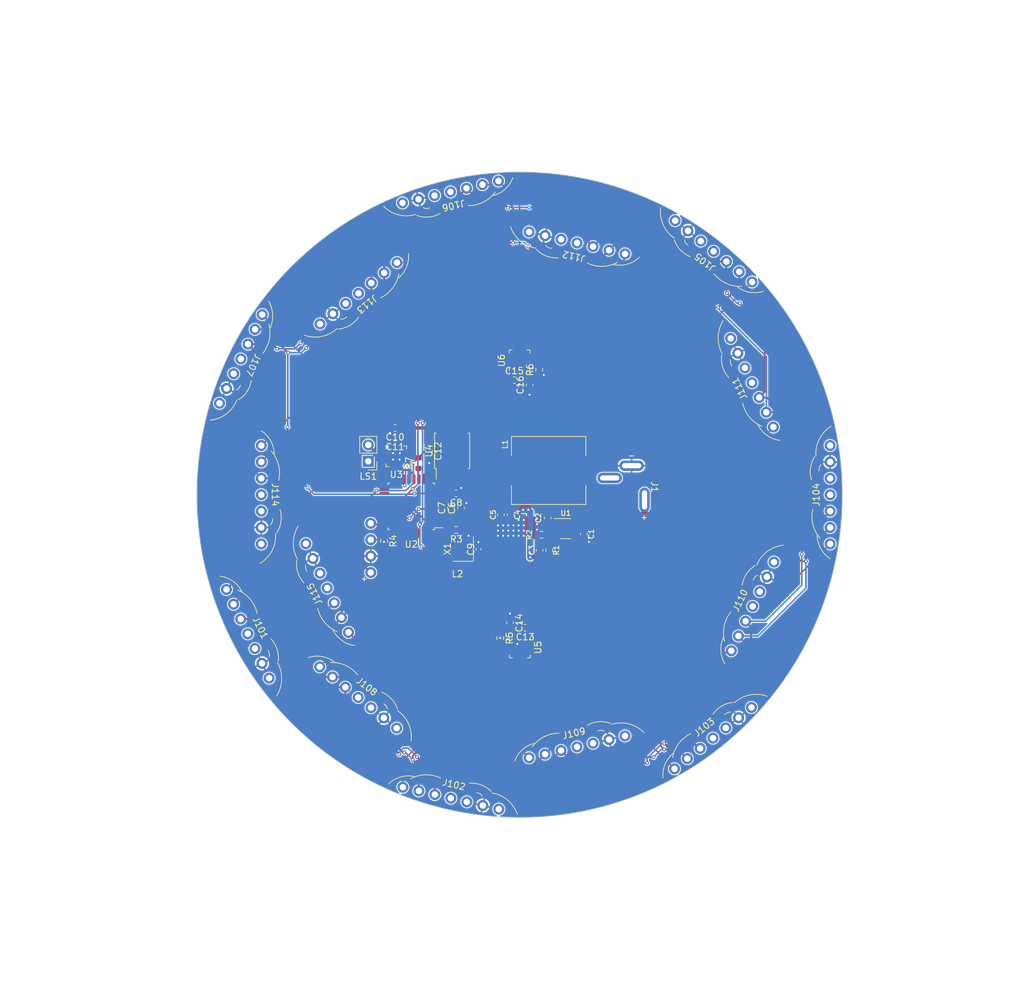
<source format=kicad_pcb>
(kicad_pcb (version 20221018) (generator pcbnew)
  (layers (0 "F.Cu" signal) (31 "B.Cu" signal) (34 "B.Paste" user) (35 "F.Paste" user) (36 "B.SilkS" user "B.Silkscreen") (37 "F.SilkS" user "F.Silkscreen") (38 "B.Mask" user) (39 "F.Mask" user) (44 "Edge.Cuts" user))
  (net 0 "")
  (net 1 "VBUS")
  (net 2 "GND")
  (net 3 "Net-(U1-BS)")
  (net 4 "Net-(U1-SW)")
  (net 5 "VDD")
  (net 6 "Net-(U1-FB)")
  (net 7 "Net-(U2-NRST)")
  (net 8 "Net-(X1-EN)")
  (net 9 "Net-(U5-VREG)")
  (net 10 "Net-(U6-VREG)")
  (net 12 "SWCLK")
  (net 13 "SWDIO")
  (net 14 "UNIT_CS_01")
  (net 15 "SPI2_SCK")
  (net 16 "SPI2_MOSI")
  (net 17 "UNIT_CAP_01")
  (net 18 "UNIT_CS_02")
  (net 19 "UNIT_CAP_02")
  (net 20 "UNIT_CS_03")
  (net 21 "UNIT_CAP_03")
  (net 22 "UNIT_CS_04")
  (net 23 "UNIT_CAP_04")
  (net 24 "UNIT_CS_05")
  (net 25 "UNIT_CAP_05")
  (net 26 "UNIT_CS_06")
  (net 27 "UNIT_CAP_06")
  (net 28 "UNIT_CS_07")
  (net 29 "UNIT_CAP_07")
  (net 30 "UNIT_CS_08")
  (net 31 "UNIT_CAP_08")
  (net 32 "UNIT_CS_09")
  (net 33 "UNIT_CAP_09")
  (net 34 "UNIT_CS_10")
  (net 35 "UNIT_CAP_10")
  (net 36 "UNIT_CS_11")
  (net 37 "UNIT_CAP_11")
  (net 38 "UNIT_CS_12")
  (net 39 "UNIT_CAP_12")
  (net 40 "UNIT_CS_13")
  (net 41 "UNIT_CAP_13")
  (net 42 "UNIT_CS_14")
  (net 43 "UNIT_CAP_14")
  (net 44 "UNIT_CS_15")
  (net 45 "UNIT_CAP_15")
  (net 46 "Net-(U3-OUTN)")
  (net 47 "Net-(U3-OUTP)")
  (net 48 "Net-(X1-OUT)")
  (net 49 "Net-(U2-PC14)")
  (net 50 "Net-(U5-REXT)")
  (net 51 "Net-(U6-REXT)")
  (net 52 "Net-(U2-PA4)")
  (net 54 "W25Q_CS")
  (net 55 "SPI2_MISO")
  (net 56 "I2S1_CK")
  (net 57 "I2S1_SD")
  (net 58 "I2S1_WS")
  (net 59 "I2C1_SCL")
  (net 61 "I2C1_SDA")
  (footprint "Capacitor_SMD:C_0603_1608Metric" (layer "F.Cu") (at 120.825 121.6 90)
    (fp_text reference "C6")
    (fp_text value "4.7u")
  )
  (footprint "CuHum_Main_footprints:Unit_1x07_P2.54" (layer "F.Cu") (at 159.95 81.85 141.428)
    (fp_text reference "J105")
    (fp_text value "Conn_01x07")
  )
  (footprint "Resistor_SMD:R_0603_1608Metric" (layer "F.Cu") (at 133.3 125.75 180)
    (fp_text reference "R2")
    (fp_text value "22k")
  )
  (footprint "Oscillator:Oscillator_SMD_Abracon_ASE-4Pin_3.2x2.5mm" (layer "F.Cu") (at 121.175 127.95 90)
    (fp_text reference "X1")
    (fp_text value "12.288MHz")
  )
  (footprint "CuHum_Main_footprints:Unit_1x07_P2.54" (layer "F.Cu") (at 119.25 166.55 -12.857)
    (fp_text reference "J102")
    (fp_text value "Conn_01x07")
  )
  (footprint "Capacitor_SMD:C_0603_1608Metric" (layer "F.Cu") (at 127 122.65 -90)
    (fp_text reference "C5")
    (fp_text value "22u")
  )
  (footprint "Capacitor_SMD:C_0603_1608Metric" (layer "F.Cu") (at 133 128.15 90)
    (fp_text reference "C3")
    (fp_text value "22p")
  )
  (footprint "Inductor_SMD:L_0402_1005Metric" (layer "F.Cu") (at 120.275 130.65 180)
    (fp_text reference "L2")
    (fp_text value "10n")
  )
  (footprint "CuHum_Main_footprints:Unit_1x07_P2.54" (layer "F.Cu") (at 159.85 157.25 38.571)
    (fp_text reference "J103")
    (fp_text value "Conn_01x07")
  )
  (footprint "CuHum_Main_footprints:Unit_1x07_P2.54" (layer "F.Cu") (at 100.1 134 115.7142857)
    (fp_text reference "J115")
    (fp_text value "Conn_01x07")
  )
  (footprint "CuHum_Main_footprints:Unit_1x07_P2.54" (layer "F.Cu") (at 104.9 150.95 -38.57071429)
    (fp_text reference "J108")
    (fp_text value "Conn_01x07")
  )
  (footprint "Capacitor_SMD:C_0603_1608Metric" (layer "F.Cu") (at 120.075 119.35 180)
    (fp_text reference "C8")
    (fp_text value "100n")
  )
  (footprint "Capacitor_SMD:C_0603_1608Metric" (layer "F.Cu") (at 110.6125 110.7 180)
    (fp_text reference "C11")
    (fp_text value "100n")
  )
  (footprint "Package_DFN_QFN:QFN-16-1EP_3x3mm_P0.5mm_EP1.45x1.45mm" (layer "F.Cu") (at 110.8 113.6 180)
    (fp_text reference "U3")
    (fp_text value "MAX98357AETE+")
  )
  (footprint "Capacitor_SMD:C_0603_1608Metric" (layer "F.Cu") (at 128.5 122.65 -90)
    (fp_text reference "C4")
    (fp_text value "22u")
  )
  (footprint "Resistor_SMD:R_0603_1608Metric" (layer "F.Cu") (at 126.9125 141.75 -90)
    (fp_text reference "R5")
    (fp_text value "75k")
  )
  (footprint "Connector_PinHeader_2.54mm:PinHeader_1x02_P2.54mm_Vertical" (layer "F.Cu") (at 106.4625 114.375 180)
    (fp_text reference "LS1")
    (fp_text value "Speaker")
  )
  (footprint "Package_TO_SOT_SMD:SOT-23-6" (layer "F.Cu") (at 137.05 124.8)
    (fp_text reference "U1")
    (fp_text value "MT2492")
  )
  (footprint "CuHum_Main_footprints:Unit_1x07_P2.54" (layer "F.Cu") (at 138.8 158.6 12.85728571)
    (fp_text reference "J109")
    (fp_text value "Conn_01x07")
  )
  (footprint "Resistor_SMD:R_0603_1608Metric" (layer "F.Cu") (at 108.9 126.7 -90)
    (fp_text reference "R4")
    (fp_text value "1M")
  )
  (footprint "Inductor_SMD:L_Sunlord_MWSA1004S" (layer "F.Cu") (at 134.4 115.8 180)
    (fp_text reference "L1")
    (fp_text value "4.7u")
  )
  (footprint "Capacitor_SMD:C_0402_1005Metric" (layer "F.Cu") (at 123.525 128 90)
    (fp_text reference "C9")
    (fp_text value "100n")
  )
  (footprint "Package_QFP:LQFP-32_7x7mm_P0.8mm" (layer "F.Cu") (at 113.125 121.35 180)
    (fp_text reference "U2")
    (fp_text value "STM32G030K6Tx")
  )
  (footprint "Capacitor_SMD:C_0603_1608Metric" (layer "F.Cu") (at 130.7625 140.15 180)
    (fp_text reference "C13")
    (fp_text value "100n")
  )
  (footprint "Package_DFN_QFN:UQFN-20_3x3mm_P0.4mm" (layer "F.Cu") (at 129.95 143.2 -90)
    (fp_text reference "U5")
    (fp_text value "MPR121QR2")
  )
  (footprint "CuHum_Main_footprints:Unit_1x07_P2.54" (layer "F.Cu") (at 166 136.85 64.28528571)
    (fp_text reference "J110")
    (fp_text value "Conn_01x07")
  )
  (footprint "Resistor_SMD:R_0603_1608Metric" (layer "F.Cu") (at 114.225 114.65 90)
    (fp_text reference "R7")
    (fp_text value "1k")
  )
  (footprint "CuHum_Main_footprints:BarrelJack_DC022" (layer "F.Cu") (at 145.55 118.35 180)
    (fp_text reference "J1")
    (fp_text value "Barrel_Jack_Switch_Pin3Ring")
  )
  (footprint "Resistor_SMD:R_0603_1608Metric" (layer "F.Cu") (at 132.9375 100.2 90)
    (fp_text reference "R6")
    (fp_text value "75k")
  )
  (footprint "Capacitor_SMD:C_0603_1608Metric" (layer "F.Cu") (at 119.275 121.6 90)
    (fp_text reference "C7")
    (fp_text value "100n")
  )
  (footprint "CuHum_Main_footprints:Unit_1x07_P2.54" (layer "F.Cu") (at 87.802093 141.088447 -64.285)
    (fp_text reference "J101")
    (fp_text value "Conn_01x07")
  )
  (footprint "CuHum_Main_footprints:TestPoints_1x04_P2.54" (layer "F.Cu") (at 106.85 131.6 180)
    (fp_text reference "J2" hide)
    (fp_text value "Conn_01x04")
  )
  (footprint "Package_SO:SOIC-8_5.23x5.23mm_P1.27mm" (layer "F.Cu") (at 119.45 112.75 90)
    (fp_text reference "U4")
    (fp_text value "W25Q16JVSS")
  )
  (footprint "Resistor_SMD:R_0603_1608Metric" (layer "F.Cu") (at 120.1 125 180)
    (fp_text reference "R3")
    (fp_text value "0 TBD")
  )
  (footprint "Capacitor_SMD:C_0603_1608Metric" (layer "F.Cu") (at 129.0875 101.8)
    (fp_text reference "C15")
    (fp_text value "100n")
  )
  (footprint "Capacitor_SMD:C_0603_1608Metric" (layer "F.Cu") (at 128.4125 139.4 -90)
    (fp_text reference "C14")
    (fp_text value "100n")
  )
  (footprint "CuHum_Main_footprints:Unit_1x07_P2.54" (layer "F.Cu") (at 178 119.55 90)
    (fp_text reference "J104")
    (fp_text value "Conn_01x07")
  )
  (footprint "CuHum_Main_footprints:Unit_1x07_P2.54" (layer "F.Cu") (at 138.8 80.55 167.1422857)
    (fp_text reference "J112")
    (fp_text value "Conn_01x07")
  )
  (footprint "Capacitor_SMD:C_0603_1608Metric" (layer "F.Cu") (at 139.85 125.65 -90)
    (fp_text reference "C1")
    (fp_text value "22u")
  )
  (footprint "CuHum_Main_footprints:Unit_1x07_P2.54" (layer "F.Cu") (at 89.9 119.55 -90)
    (fp_text reference "J114")
    (fp_text value "Conn_01x07")
  )
  (footprint "Package_DFN_QFN:UQFN-20_3x3mm_P0.4mm" (layer "F.Cu") (at 129.9 98.75 90)
    (fp_text reference "U6")
    (fp_text value "MPR121QR2")
  )
  (footprint "Capacitor_SMD:C_0603_1608Metric" (layer "F.Cu") (at 134.25 123.15 90)
    (fp_text reference "C2")
    (fp_text value "22n")
  )
  (footprint "CuHum_Main_footprints:Unit_1x07_P2.54" (layer "F.Cu") (at 86.726378 98.517201 -115.714)
    (fp_text reference "J107")
    (fp_text value "Conn_01x07")
  )
  (footprint "CuHum_Main_footprints:Unit_1x07_P2.54" (layer "F.Cu") (at 119.2 72.65 -167.143)
    (fp_text reference "J106")
    (fp_text value "Conn_01x07")
  )
  (footprint "Capacitor_SMD:C_0603_1608Metric" (layer "F.Cu") (at 131.4375 102.55 90)
    (fp_text reference "C16")
    (fp_text value "100n")
  )
  (footprint "Capacitor_SMD:C_0603_1608Metric" (layer "F.Cu") (at 115.85 112.8 -90)
    (fp_text reference "C12")
    (fp_text value "100n")
  )
  (footprint "CuHum_Main_footprints:Unit_1x07_P2.54" (layer "F.Cu") (at 104.95 88.35 -141.4287143)
    (fp_text reference "J113")
    (fp_text value "Conn_01x07")
  )
  (footprint "Capacitor_SMD:C_0603_1608Metric" (layer "F.Cu") (at 110.6125 109.2 180)
    (fp_text reference "C10")
    (fp_text value "10u")
  )
  (footprint "CuHum_Main_footprints:Unit_1x07_P2.54" (layer "F.Cu") (at 165.9 102.2 115.7142857)
    (fp_text reference "J111")
    (fp_text value "Conn_01x07")
  )
  (footprint "Resistor_SMD:R_0603_1608Metric" (layer "F.Cu") (at 134.5 128.15 90)
    (fp_text reference "R1")
    (fp_text value "100k")
  )
  (gr_circle (center 129.9 119.55) (end 179.9001 119.55) (stroke (width 0.1)) (fill none) (layer "Edge.Cuts"))
  (gr_text "-" (at 147.25 113.6 180) (layer "F.SilkS") (effects (font (size 0.8 0.8))))
  (gr_text "+" (at 149.2 123.15 180) (layer "F.SilkS") (effects (font (size 0.8 0.8))))
  (segment (start 148.425 124.875) (end 139.85 124.875) (width 1) (layer "F.Cu") (net 1))
  (segment (start 149.25 124.05) (end 148.425 124.875) (width 1) (layer "F.Cu") (net 1))
  (segment (start 149.25 121.875) (end 149.25 124.05) (width 1) (layer "F.Cu") (net 1))
  (segment (start 122 126.9) (end 123.525 126.9) (width 0.5) (layer "F.Cu") (net 2))
  (segment (start 131.55 99.55) (end 131.2875 99.55) (width 0.25) (layer "F.Cu") (net 2))
  (segment (start 120.85 119.35) (end 120.85 118.5) (width 0.5) (layer "F.Cu") (net 2))
  (segment (start 115.85 113.575) (end 115.85 114.6) (width 0.5) (layer "F.Cu") (net 2))
  (segment (start 129.8625 102.4375) (end 129.8625 101.8) (width 0.25) (layer "F.Cu") (net 2))
  (segment (start 123.525 126.9) (end 123.525 127.52) (width 0.5) (layer "F.Cu") (net 2))
  (segment (start 109.8375 109.2) (end 109.8375 110.7) (width 0.5) (layer "F.Cu") (net 2))
  (segment (start 119.15 120.95) (end 119.275 120.825) (width 0.5) (layer "F.Cu") (net 2))
  (segment (start 140.025 126.25) (end 139.85 126.425) (width 0.75) (layer "F.Cu") (net 2))
  (segment (start 126.9125 140.9625) (end 128.35 142.4) (width 0.25) (layer "F.Cu") (net 2))
  (segment (start 126.9125 140.925) (end 126.9125 140.9625) (width 0.25) (layer "F.Cu") (net 2))
  (segment (start 108.9 127.525) (end 108.9 126.85) (width 0.25) (layer "F.Cu") (net 2))
  (segment (start 137.125 125.350001) (end 136.574999 124.8) (width 0.5) (layer "F.Cu") (net 2))
  (segment (start 132.9375 101.025) (end 133.625 101.025) (width 0.25) (layer "F.Cu") (net 2))
  (segment (start 139.825 126.45) (end 137.443026 126.45) (width 0.5) (layer "F.Cu") (net 2))
  (segment (start 140.65 126.25) (end 140.65 126.85) (width 0.75) (layer "F.Cu") (net 2))
  (segment (start 126.9125 140.925) (end 126.9125 141.7125) (width 0.25) (layer "F.Cu") (net 2))
  (segment (start 130 139.4) (end 129.9875 139.4125) (width 0.25) (layer "F.Cu") (net 2))
  (segment (start 132.9375 100.9375) (end 131.55 99.55) (width 0.25) (layer "F.Cu") (net 2))
  (segment (start 126.9125 140.125) (end 126.9125 140.925) (width 0.25) (layer "F.Cu") (net 2))
  (segment (start 137.443026 126.45) (end 137.125 126.131974) (width 0.5) (layer "F.Cu") (net 2))
  (segment (start 129.9875 140.15) (end 129.9375 140.15) (width 0.25) (layer "F.Cu") (net 2))
  (segment (start 133.625 101.025) (end 133.65 101) (width 0.25) (layer "F.Cu") (net 2))
  (segment (start 119.379999 113.575) (end 121.355 115.550001) (width 0.5) (layer "F.Cu") (net 2))
  (segment (start 140.275 126.85) (end 139.85 126.425) (width 0.75) (layer "F.Cu") (net 2))
  (segment (start 119.275 120.825) (end 120.825 120.825) (width 0.5) (layer "F.Cu") (net 2))
  (segment (start 140.65 126.85) (end 140.275 126.85) (width 0.75) (layer "F.Cu") (net 2))
  (segment (start 128.35 142.4) (end 128.5625 142.4) (width 0.25) (layer "F.Cu") (net 2))
  (segment (start 135.9125 124.8) (end 132.05 124.8) (width 0.5) (layer "F.Cu") (net 2))
  (segment (start 128.4 138.6125) (end 128.4125 138.625) (width 0.25) (layer "F.Cu") (net 2))
  (segment (start 129.55 141.8125) (end 129.55 142.65) (width 0.25) (layer "F.Cu") (net 2))
  (segment (start 131.4375 104.0625) (end 131.4375 103.325) (width 0.25) (layer "F.Cu") (net 2))
  (segment (start 140.65 126.25) (end 140.025 126.25) (width 0.75) (layer "F.Cu") (net 2))
  (segment (start 137.125 126.131974) (end 137.125 125.350001) (width 0.5) (layer "F.Cu") (net 2))
  (segment (start 128.4 137.95) (end 128.4 138.6125) (width 0.25) (layer "F.Cu") (net 2))
  (segment (start 115.85 114.6) (end 115.9 114.65) (width 0.5) (layer "F.Cu") (net 2))
  (segment (start 129.85 102.45) (end 129.8625 102.4375) (width 0.25) (layer "F.Cu") (net 2))
  (segment (start 115.85 113.575) (end 119.379999 113.575) (width 0.5) (layer "F.Cu") (net 2))
  (segment (start 121.625 120.825) (end 121.65 120.85) (width 0.5) (layer "F.Cu") (net 2))
  (segment (start 139.85 126.425) (end 139.825 126.45) (width 0.5) (layer "F.Cu") (net 2))
  (segment (start 117.3 120.95) (end 119.15 120.95) (width 0.5) (layer "F.Cu") (net 2))
  (segment (start 121.355 115.550001) (end 121.355 116.35) (width 0.5) (layer "F.Cu") (net 2))
  (segment (start 128.4125 138.625) (end 126.9125 140.125) (width 0.25) (layer "F.Cu") (net 2))
  (segment (start 126.9125 141.7125) (end 126.9 141.725) (width 0.25) (layer "F.Cu") (net 2))
  (segment (start 136.574999 124.8) (end 135.9125 124.8) (width 0.5) (layer "F.Cu") (net 2))
  (segment (start 120.825 120.825) (end 121.625 120.825) (width 0.5) (layer "F.Cu") (net 2))
  (segment (start 129.9875 139.4125) (end 129.9875 140.15) (width 0.25) (layer "F.Cu") (net 2))
  (segment (start 132.9375 101.025) (end 132.9375 100.9375) (width 0.25) (layer "F.Cu") (net 2))
  (segment (start 122 125.9) (end 122 126.9) (width 0.5) (layer "F.Cu") (net 2))
  (via (at 129.55 142.65) (size 0.6) (drill 0.3) (layers "F.Cu" "B.Cu") (net 2))
  (via (at 128.95 125.1) (size 0.6) (drill 0.3) (layers "F.Cu" "B.Cu") (net 2))
  (via (at 127.95 141.95) (size 0.6) (drill 0.3) (layers "F.Cu" "B.Cu") (net 2))
  (via (at 130.55 125.1) (size 0.6) (drill 0.3) (layers "F.Cu" "B.Cu") (net 2))
  (via (at 109.8375 109.95) (size 0.6) (drill 0.3) (layers "F.Cu" "B.Cu") (net 2))
  (via (at 108.9 126.85) (size 0.6) (drill 0.3) (layers "F.Cu" "B.Cu") (net 2))
  (via (at 129.75 123.45) (size 0.6) (drill 0.3) (layers "F.Cu" "B.Cu") (net 2))
  (via (at 110.3 114.1) (size 0.6) (drill 0.3) (layers "F.Cu" "B.Cu") (net 2))
  (via (at 126.55 124.3) (size 0.6) (drill 0.3) (layers "F.Cu" "B.Cu") (net 2))
  (via (at 132.6 123.25) (size 0.6) (drill 0.3) (layers "F.Cu" "B.Cu") (net 2))
  (via (at 140.65 126.85) (size 0.6) (drill 0.3) (layers "F.Cu" "B.Cu") (net 2))
  (via (at 140.65 126.25) (size 0.6) (drill 0.3) (layers "F.Cu" "B.Cu") (net 2))
  (via (at 132.6 124.1) (size 0.6) (drill 0.3) (layers "F.Cu" "B.Cu") (net 2))
  (via (at 132.6 124.95) (size 0.6) (drill 0.3) (layers "F.Cu" "B.Cu") (net 2))
  (via (at 131.4375 104.0625) (size 0.6) (drill 0.3) (layers "F.Cu" "B.Cu") (net 2))
  (via (at 121.65 120.85) (size 0.6) (drill 0.3) (layers "F.Cu" "B.Cu") (net 2))
  (via (at 131.9 99.95) (size 0.6) (drill 0.3) (layers "F.Cu" "B.Cu") (net 2))
  (via (at 127.35 125.9) (size 0.6) (drill 0.3) (layers "F.Cu" "B.Cu") (net 2))
  (via (at 128.15 125.1) (size 0.6) (drill 0.3) (layers "F.Cu" "B.Cu") (net 2))
  (via (at 126.55 125.1) (size 0.6) (drill 0.3) (layers "F.Cu" "B.Cu") (net 2))
  (via (at 120.85 118.5) (size 0.6) (drill 0.3) (layers "F.Cu" "B.Cu") (net 2))
  (via (at 122 125.9) (size 0.6) (drill 0.3) (layers "F.Cu" "B.Cu") (net 2))
  (via (at 129.75 125.9) (size 0.6) (drill 0.3) (layers "F.Cu" "B.Cu") (net 2))
  (via (at 127.35 125.1) (size 0.6) (drill 0.3) (layers "F.Cu" "B.Cu") (net 2))
  (via (at 110.3 113.1) (size 0.6) (drill 0.3) (layers "F.Cu" "B.Cu") (net 2))
  (via (at 115.9 114.65) (size 0.6) (drill 0.3) (layers "F.Cu" "B.Cu") (net 2))
  (via (at 129.75 125.1) (size 0.6) (drill 0.3) (layers "F.Cu" "B.Cu") (net 2))
  (via (at 123.525 126.9) (size 0.6) (drill 0.3) (layers "F.Cu" "B.Cu") (net 2))
  (via (at 126.55 125.9) (size 0.6) (drill 0.3) (layers "F.Cu" "B.Cu") (net 2))
  (via (at 111.35 113.1) (size 0.6) (drill 0.3) (layers "F.Cu" "B.Cu") (net 2))
  (via (at 127.35 124.3) (size 0.6) (drill 0.3) (layers "F.Cu" "B.Cu") (net 2))
  (via (at 111.3 114.1) (size 0.6) (drill 0.3) (layers "F.Cu" "B.Cu") (net 2))
  (via (at 126.9 141.725) (size 0.6) (drill 0.3) (layers "F.Cu" "B.Cu") (net 2))
  (via (at 128.4 137.95) (size 0.6) (drill 0.3) (layers "F.Cu" "B.Cu") (net 2))
  (via (at 129.75 124.3) (size 0.6) (drill 0.3) (layers "F.Cu" "B.Cu") (net 2))
  (via (at 128.15 125.9) (size 0.6) (drill 0.3) (layers "F.Cu" "B.Cu") (net 2))
  (via (at 130.55 125.9) (size 0.6) (drill 0.3) (layers "F.Cu" "B.Cu") (net 2))
  (via (at 128.95 125.9) (size 0.6) (drill 0.3) (layers "F.Cu" "B.Cu") (net 2))
  (via (at 129.85 102.45) (size 0.6) (drill 0.3) (layers "F.Cu" "B.Cu") (net 2))
  (via (at 130.55 124.3) (size 0.6) (drill 0.3) (layers "F.Cu" "B.Cu") (net 2))
  (via (at 109.45 112.25) (size 0.6) (drill 0.3) (layers "F.Cu" "B.Cu") (net 2))
  (via (at 133.65 101) (size 0.6) (drill 0.3) (layers "F.Cu" "B.Cu") (net 2))
  (via (at 128.95 124.3) (size 0.6) (drill 0.3) (layers "F.Cu" "B.Cu") (net 2))
  (via (at 130.55 123.45) (size 0.6) (drill 0.3) (layers "F.Cu" "B.Cu") (net 2))
  (via (at 130 139.4) (size 0.6) (drill 0.3) (layers "F.Cu" "B.Cu") (net 2))
  (via (at 128.15 124.3) (size 0.6) (drill 0.3) (layers "F.Cu" "B.Cu") (net 2))
  (segment (start 134.325 123.85) (end 134.25 123.925) (width 0.5) (layer "F.Cu") (net 3))
  (segment (start 135.9125 123.85) (end 134.325 123.85) (width 0.75) (layer "F.Cu") (net 3))
  (segment (start 136.225 122.375) (end 137.7 123.85) (width 0.5) (layer "F.Cu") (net 4))
  (segment (start 139.15 115.8) (end 140.65 117.3) (width 1) (layer "F.Cu") (net 4))
  (segment (start 134.25 122.375) (end 136.225 122.375) (width 0.5) (layer "F.Cu") (net 4))
  (segment (start 140.65 121.75) (end 138.75 123.65) (width 1) (layer "F.Cu") (net 4))
  (segment (start 140.65 117.3) (end 140.65 121.75) (width 1) (layer "F.Cu") (net 4))
  (segment (start 137.7 123.85) (end 138.1875 123.85) (width 0.5) (layer "F.Cu") (net 4))
  (segment (start 130.3 99.675) (end 130.3 100.1375) (width 0.2) (layer "F.Cu") (net 5))
  (segment (start 118.65 121.75) (end 119.275 122.375) (width 0.5) (layer "F.Cu") (net 5))
  (segment (start 109.33085 125.2) (end 106.579009 125.2) (width 0.25) (layer "F.Cu") (net 5))
  (segment (start 128.929212 99.55) (end 129.029212 99.45) (width 0.2) (layer "F.Cu") (net 5))
  (segment (start 115.35 111.525) (end 115.85 112.025) (width 0.5) (layer "F.Cu") (net 5))
  (segment (start 112.85 123.2) (end 111.33085 123.2) (width 0.25) (layer "F.Cu") (net 5))
  (segment (start 106.579009 125.2) (end 105.725 126.054009) (width 0.25) (layer "F.Cu") (net 5))
  (segment (start 117.545 109.15) (end 117.545 110.33) (width 0.5) (layer "F.Cu") (net 5))
  (segment (start 112.2375 111.55) (end 111.3875 110.7) (width 0.25) (layer "F.Cu") (net 5))
  (segment (start 111.3875 110.7) (end 110.55 111.5375) (width 0.25) (layer "F.Cu") (net 5))
  (segment (start 110.05 111.55) (end 110.5375 111.55) (width 0.25) (layer "F.Cu") (net 5))
  (segment (start 119.275 122.375) (end 120.825 122.375) (width 0.5) (layer "F.Cu") (net 5))
  (segment (start 110.05 112.1625) (end 110.05 111.55) (width 0.25) (layer "F.Cu") (net 5))
  (segment (start 124.275 122.375) (end 124.45 122.2) (width 0.5) (layer "F.Cu") (net 5))
  (segment (start 124.275 128.807556) (end 122.432556 130.65) (width 0.5) (layer "F.Cu") (net 5))
  (segment (start 117 107.55) (end 115.35 109.2) (width 0.5) (layer "F.Cu") (net 5))
  (segment (start 122.45 107.55) (end 117 107.55) (width 0.5) (layer "F.Cu") (net 5))
  (segment (start 122.432556 130.65) (end 120.76 130.65) (width 0.5) (layer "F.Cu") (net 5))
  (segment (start 115.35 109.2) (end 115.35 111.525) (width 0.5) (layer "F.Cu") (net 5))
  (segment (start 112.2375 112.85) (end 112.2375 111.55) (width 0.25) (layer "F.Cu") (net 5))
  (segment (start 105.725 126.054009) (end 105.725 130.475) (width 0.25) (layer "F.Cu") (net 5))
  (segment (start 130.075 99.45) (end 130.3 99.675) (width 0.2) (layer "F.Cu") (net 5))
  (segment (start 117.3 121.75) (end 118.65 121.75) (width 0.5) (layer "F.Cu") (net 5))
  (segment (start 105.725 130.475) (end 106.85 131.6) (width 0.25) (layer "F.Cu") (net 5))
  (segment (start 128.3125 101.8) (end 128.3125 99.6875) (width 0.25) (layer "F.Cu") (net 5))
  (segment (start 124.5 109.6) (end 122.45 107.55) (width 0.5) (layer "F.Cu") (net 5))
  (segment (start 111.3875 109.2) (end 115.35 109.2) (width 0.5) (layer "F.Cu") (net 5))
  (segment (start 124.5 113.9) (end 124.5 109.6) (width 0.5) (layer "F.Cu") (net 5))
  (segment (start 111.3875 109.2) (end 111.3875 110.7) (width 0.5) (layer "F.Cu") (net 5))
  (segment (start 128.5125 99.55) (end 128.929212 99.55) (width 0.2) (layer "F.Cu") (net 5))
  (segment (start 131.5375 140.15) (end 131.5375 142.2625) (width 0.25) (layer "F.Cu") (net 5))
  (segment (start 114.3 121.75) (end 114.291162 121.758838) (width 0.25) (layer "F.Cu") (net 5))
  (segment (start 128.3125 99.6875) (end 128.45 99.55) (width 0.25) (layer "F.Cu") (net 5))
  (segment (start 117.3 121.75) (end 114.3 121.75) (width 0.25) (layer "F.Cu") (net 5))
  (segment (start 117.545 110.33) (end 115.85 112.025) (width 0.5) (layer "F.Cu") (net 5))
  (segment (start 129.029212 99.45) (end 130.075 99.45) (width 0.2) (layer "F.Cu") (net 5))
  (segment (start 128.45 99.55) (end 128.5125 99.55) (width 0.25) (layer "F.Cu") (net 5))
  (segment (start 110.5375 111.55) (end 110.55 111.5375) (width 0.25) (layer "F.Cu") (net 5))
  (segment (start 110.55 111.5375) (end 110.55 112.1625) (width 0.25) (layer "F.Cu") (net 5))
  (segment (start 124.275 122.375) (end 124.275 128.807556) (width 0.5) (layer "F.Cu") (net 5))
  (segment (start 111.33085 123.2) (end 109.33085 125.2) (width 0.25) (layer "F.Cu") (net 5))
  (segment (start 131.5375 142.2625) (end 131.45 142.35) (width 0.25) (layer "F.Cu") (net 5))
  (segment (start 120.825 122.375) (end 124.275 122.375) (width 0.5) (layer "F.Cu") (net 5))
  (via (at 131.25 121.9) (size 0.6) (drill 0.3) (layers "F.Cu" "B.Cu") (net 5))
  (via (at 112.85 123.2) (size 0.6) (drill 0.3) (layers "F.Cu" "B.Cu") (net 5))
  (via (at 131.55 129.25) (size 0.6) (drill 0.3) (layers "F.Cu" "B.Cu") (net 5))
  (via (at 130.45 121.9) (size 0.6) (drill 0.3) (layers "F.Cu" "B.Cu") (net 5))
  (via (at 114.291162 121.758838) (size 0.6) (drill 0.3) (layers "F.Cu" "B.Cu") (net 5))
  (via (at 131.55 128.6) (size 0.6) (drill 0.3) (layers "F.Cu" "B.Cu") (net 5))
  (segment (start 131.55 122.2) (end 131.55 129.25) (width 1) (layer "B.Cu") (net 5))
  (segment (start 131.25 121.9) (end 131.55 122.2) (width 1) (layer "B.Cu") (net 5))
  (segment (start 130.45 121.9) (end 131.25 121.9) (width 1) (layer "B.Cu") (net 5))
  (segment (start 112.85 123.2) (end 114.291162 121.758838) (width 0.25) (layer "B.Cu") (net 5))
  (segment (start 119.3 119.35) (end 118.5 120.15) (width 0.25) (layer "F.Cu") (net 7))
  (segment (start 118.5 120.15) (end 117.3 120.15) (width 0.25) (layer "F.Cu") (net 7))
  (segment (start 123.005 129) (end 123.525 128.48) (width 0.5) (layer "F.Cu") (net 8))
  (segment (start 119.79 130.65) (end 119.79 129.56) (width 0.5) (layer "F.Cu") (net 8))
  (segment (start 120.35 129) (end 122 129) (width 0.5) (layer "F.Cu") (net 8))
  (segment (start 119.79 129.56) (end 120.35 129) (width 0.5) (layer "F.Cu") (net 8))
  (segment (start 122 129) (end 123.005 129) (width 0.5) (layer "F.Cu") (net 8))
  (segment (start 129.15 141.8125) (end 129.15 141.066528) (width 0.25) (layer "F.Cu") (net 9))
  (segment (start 128.75 140.666528) (end 128.75 140.3) (width 0.25) (layer "F.Cu") (net 9))
  (segment (start 128.625 140.175) (end 128.4125 140.175) (width 0.25) (layer "F.Cu") (net 9))
  (segment (start 129.15 141.066528) (end 128.75 140.666528) (width 0.25) (layer "F.Cu") (net 9))
  (segment (start 128.75 140.3) (end 128.625 140.175) (width 0.25) (layer "F.Cu") (net 9))
  (segment (start 131.1 101.25) (end 131.1 101.4375) (width 0.25) (layer "F.Cu") (net 10))
  (segment (start 130.7 100.1375) (end 130.7 100.85) (width 0.25) (layer "F.Cu") (net 10))
  (segment (start 131.1 101.4375) (end 131.4375 101.775) (width 0.25) (layer "F.Cu") (net 10))
  (segment (start 130.7 100.85) (end 131.1 101.25) (width 0.25) (layer "F.Cu") (net 10))
  (segment (start 110.05 125.875) (end 110.325 125.6) (width 0.25) (layer "F.Cu") (net 12))
  (segment (start 108.9 125.875) (end 110.05 125.875) (width 0.25) (layer "F.Cu") (net 12))
  (segment (start 108.255 126.52) (end 108.9 125.875) (width 0.25) (layer "F.Cu") (net 12))
  (segment (start 106.85 126.52) (end 108.255 126.52) (width 0.25) (layer "F.Cu") (net 12))
  (segment (start 110.325 125.6) (end 110.325 125.525) (width 0.25) (layer "F.Cu") (net 12))
  (segment (start 107.02 124.15) (end 106.85 123.98) (width 0.25) (layer "F.Cu") (net 13))
  (segment (start 108.95 124.15) (end 107.02 124.15) (width 0.25) (layer "F.Cu") (net 13))
  (segment (start 157.330487 158.3) (end 157.864136 158.833649) (width 0.25) (layer "F.Cu") (net 15))
  (segment (start 117.9 119.35) (end 117.3 119.35) (width 0.25) (layer "F.Cu") (net 15))
  (segment (start 96.550003 95.499997) (end 95.95 96.1) (width 0.25) (layer "F.Cu") (net 15))
  (segment (start 112.386627 79.95) (end 113.811121 79.95) (width 0.25) (layer "F.Cu") (net 15))
  (segment (start 89.9 117.01) (end 95.61 117.01) (width 0.25) (layer "F.Cu") (net 15))
  (segment (start 167.852065 93.752065) (end 164 89.9) (width 0.25) (layer "F.Cu") (net 15))
  (segment (start 102.914128 149.366361) (end 99.066361 149.366361) (width 0.25) (layer "F.Cu") (net 15))
  (segment (start 165.747918 144.652082) (end 152.3 158.1) (width 0.25) (layer "F.Cu") (net 15))
  (segment (start 132.565212 162.923682) (end 116.773682 162.923682) (width 0.25) (layer "F.Cu") (net 15))
  (segment (start 121.685196 117.425) (end 119.825 117.425) (width 0.25) (layer "F.Cu") (net 15))
  (segment (start 127.9 74.9) (end 124.491515 74.9) (width 0.25) (layer "F.Cu") (net 15))
  (segment (start 173.65 109.934315) (end 173.65 117.74) (width 0.25) (layer "F.Cu") (net 15))
  (segment (start 167.002065 104.488461) (end 167.852065 103.638461) (width 0.25) (layer "F.Cu") (net 15))
  (segment (start 167.852065 103.638461) (end 167.852065 93.752065) (width 0.25) (layer "F.Cu") (net 15))
  (segment (start 120.675 108.075) (end 121.685196 108.075) (width 0.25) (layer "F.Cu") (net 15))
  (segment (start 138.258476 161.1) (end 136.323685 159.165209) (width 0.25) (layer "F.Cu") (net 15))
  (segment (start 113.811121 79.95) (end 121.676318 72.084803) (width 0.25) (layer "F.Cu") (net 15))
  (segment (start 161.935836 83.433684) (end 151.133684 83.433684) (width 0.25) (layer "F.Cu") (net 15))
  (segment (start 167.002065 104.488461) (end 168.204146 104.488461) (width 0.25) (layer "F.Cu") (net 15))
  (segment (start 98.690526 138.8) (end 101.202065 136.288461) (width 0.25) (layer "F.Cu") (net 15))
  (segment (start 152.5 158.3) (end 157.330487 158.3) (width 0.25) (layer "F.Cu") (net 15))
  (segment (start 168.204146 104.488461) (end 173.65 109.934315) (width 0.25) (layer "F.Cu") (net 15))
  (segment (start 106.935856 87.968422) (end 99.404281 95.499997) (width 0.25) (layer "F.Cu") (net 15))
  (segment (start 135.211083 75.05) (end 131.4 75.05) (width 0.25) (layer "F.Cu") (net 15))
  (segment (start 106.935856 86.766341) (end 106.935856 85.400771) (width 0.25) (layer "F.Cu") (net 15))
  (segment (start 121.95 108.339804) (end 121.95 117.160196) (width 0.25) (layer "F.Cu") (net 15))
  (segment (start 142.241539 80.15) (end 141.276311 81.115228) (width 0.25) (layer "F.Cu") (net 15))
  (segment (start 113.608562 119.35) (end 113.602253 119.356309) (width 0.25) (layer "F.Cu") (net 15))
  (segment (start 121.95 117.160196) (end 121.685196 117.425) (width 0.25) (layer "F.Cu") (net 15))
  (segment (start 116.773682 165.984803) (end 116.773682 162.923682) (width 0.25) (layer "F.Cu") (net 15))
  (segment (start 120.085 108.665) (end 120.675 108.075) (width 0.25) (layer "F.Cu") (net 15))
  (segment (start 152.3 158.1) (end 152.5 158.3) (width 0.25) (layer "F.Cu") (net 15))
  (segment (start 99.066361 149.366361) (end 96.9 147.199999) (width 0.25) (layer "F.Cu") (net 15))
  (segment (start 164.897918 139.138453) (end 165.747918 139.988453) (width 0.25) (layer "F.Cu") (net 15))
  (segment (start 91.628735 96.228735) (end 87.828431 96.228735) (width 0.25) (layer "F.Cu") (net 15))
  (segment (start 161.935836 88.235836) (end 161.935836 83.433684) (width 0.25) (layer "F.Cu") (net 15))
  (segment (start 86.7 138.8) (end 98.690526 138.8) (width 0.25) (layer "F.Cu") (net 15))
  (segment (start 106.935856 85.400771) (end 112.386627 79.95) (width 0.25) (layer "F.Cu") (net 15))
  (segment (start 99.404281 95.499997) (end 96.550003 95.499997) (width 0.25) (layer "F.Cu") (net 15))
  (segment (start 88.678431 97.078735) (end 88.678431 115.788431) (width 0.25) (layer "F.Cu") (net 15))
  (segment (start 124.491515 74.9) (end 121.676318 72.084803) (width 0.25) (layer "F.Cu") (net 15))
  (segment (start 147.85 80.15) (end 142.241539 80.15) (width 0.25) (layer "F.Cu") (net 15))
  (segment (start 120.085 109.15) (end 120.085 108.665) (width 0.25) (layer "F.Cu") (net 15))
  (segment (start 141.276311 81.115228) (end 135.211083 75.05) (width 0.25) (layer "F.Cu") (net 15))
  (segment (start 92.35 96.95) (end 91.628735 96.228735) (width 0.25) (layer "F.Cu") (net 15))
  (segment (start 173.6 126.49) (end 178 122.09) (width 0.25) (layer "F.Cu") (net 15))
  (segment (start 151.133684 83.433684) (end 147.85 80.15) (width 0.25) (layer "F.Cu") (net 15))
  (segment (start 165.747918 139.988453) (end 165.747918 144.652082) (width 0.25) (layer "F.Cu") (net 15))
  (segment (start 116.773682 162.923682) (end 114 160.15) (width 0.25) (layer "F.Cu") (net 15))
  (segment (start 173.65 117.74) (end 178 122.09) (width 0.25) (layer "F.Cu") (net 15))
  (segment (start 111.292292 159.746197) (end 102.914128 151.368033) (width 0.25) (layer "F.Cu") (net 15))
  (segment (start 128.1 75.1) (end 127.9 74.9) (width 0.25) (layer "F.Cu") (net 15))
  (segment (start 87.828431 96.228735) (end 88.678431 97.078735) (width 0.25) (layer "F.Cu") (net 15))
  (segment (start 121.685196 108.075) (end 121.95 108.339804) (width 0.25) (layer "F.Cu") (net 15))
  (segment (start 173.6 128.75) (end 173.6 126.49) (width 0.25) (layer "F.Cu") (net 15))
  (segment (start 95.61 117.01) (end 97.05 118.45) (width 0.25) (layer "F.Cu") (net 15))
  (segment (start 119.825 117.425) (end 117.9 119.35) (width 0.25) (layer "F.Cu") (net 15))
  (segment (start 162 88.3) (end 161.935836 88.235836) (width 0.25) (layer "F.Cu") (net 15))
  (segment (start 117.3 119.35) (end 113.608562 119.35) (width 0.25) (layer "F.Cu") (net 15))
  (segment (start 88.678431 115.788431) (end 89.9 117.01) (width 0.25) (layer "F.Cu") (net 15))
  (segment (start 149.65 161.1) (end 138.258476 161.1) (width 0.25) (layer "F.Cu") (net 15))
  (segment (start 102.914128 151.368033) (end 102.914128 149.366361) (width 0.25) (layer "F.Cu") (net 15))
  (segment (start 136.323685 159.165209) (end 132.565212 162.923682) (width 0.25) (layer "F.Cu") (net 15))
  (segment (start 96.9 147.199999) (end 96.9 138.8) (width 0.25) (layer "F.Cu") (net 15))
  (segment (start 106.935856 86.766341) (end 106.935856 87.968422) (width 0.25) (layer "F.Cu") (net 15))
  (via (at 173.6 128.75) (size 0.6) (drill 0.3) (layers "F.Cu" "B.Cu") (net 15))
  (via (at 92.35 96.95) (size 0.6) (drill 0.3) (layers "F.Cu" "B.Cu") (net 15))
  (via (at 149.65 161.1) (size 0.6) (drill 0.3) (layers "F.Cu" "B.Cu") (net 15))
  (via (at 128.1 75.1) (size 0.6) (drill 0.3) (layers "F.Cu" "B.Cu") (net 15))
  (via (at 114 160.15) (size 0.6) (drill 0.3) (layers "F.Cu" "B.Cu") (net 15))
  (via (at 113.602253 119.356309) (size 0.6) (drill 0.3) (layers "F.Cu" "B.Cu") (net 15))
  (via (at 131.4 75.05) (size 0.6) (drill 0.3) (layers "F.Cu" "B.Cu") (net 15))
  (via (at 95.95 96.1) (size 0.6) (drill 0.3) (layers "F.Cu" "B.Cu") (net 15))
  (via (at 97.05 118.45) (size 0.6) (drill 0.3) (layers "F.Cu" "B.Cu") (net 15))
  (via (at 164 89.9) (size 0.6) (drill 0.3) (layers "F.Cu" "B.Cu") (net 15))
  (via (at 162 88.3) (size 0.6) (drill 0.3) (layers "F.Cu" "B.Cu") (net 15))
  (via (at 152.3 158.1) (size 0.6) (drill 0.3) (layers "F.Cu" "B.Cu") (net 15))
  (via (at 111.292292 159.746197) (size 0.6) (drill 0.3) (layers "F.Cu" "B.Cu") (net 15))
  (segment (start 164 89.9) (end 163.6 89.9) (width 0.25) (layer "B.Cu") (net 15))
  (segment (start 173.6 128.75) (end 173.6 133.55) (width 0.25) (layer "B.Cu") (net 15))
  (segment (start 111.911827 158.775) (end 111.292292 159.394535) (width 0.25) (layer "B.Cu") (net 15))
  (segment (start 112.625 158.775) (end 111.911827 158.775) (width 0.25) (layer "B.Cu") (net 15))
  (segment (start 113.483562 119.475) (end 98.075 119.475) (width 0.25) (layer "B.Cu") (net 15))
  (segment (start 114 160.15) (end 112.625 158.775) (width 0.25) (layer "B.Cu") (net 15))
  (segment (start 151.936827 158.1) (end 149.65 160.386827) (width 0.25) (layer "B.Cu") (net 15))
  (segment (start 97.05 118.45) (end 97.05 118.5) (width 0.25) (layer "B.Cu") (net 15))
  (segment (start 128.1 75.1) (end 128.15 75.05) (width 0.25) (layer "B.Cu") (net 15))
  (segment (start 98.075 119.475) (end 97.05 118.45) (width 0.25) (layer "B.Cu") (net 15))
  (segment (start 111.292292 159.394535) (end 111.292292 159.746197) (width 0.25) (layer "B.Cu") (net 15))
  (segment (start 152.3 158.1) (end 151.936827 158.1) (width 0.25) (layer "B.Cu") (net 15))
  (segment (start 113.602253 119.356309) (end 113.483562 119.475) (width 0.25) (layer "B.Cu") (net 15))
  (segment (start 149.65 160.386827) (end 149.65 161.1) (width 0.25) (layer "B.Cu") (net 15))
  (segment (start 163.6 89.9) (end 162 88.3) (width 0.25) (layer "B.Cu") (net 15))
  (segment (start 128.15 75.05) (end 131.4 75.05) (width 0.25) (layer "B.Cu") (net 15))
  (segment (start 95.1 96.95) (end 92.35 96.95) (width 0.25) (layer "B.Cu") (net 15))
  (segment (start 173.6 133.55) (end 168.011547 139.138453) (width 0.25) (layer "B.Cu") (net 15))
  (segment (start 95.95 96.1) (end 95.1 96.95) (width 0.25) (layer "B.Cu") (net 15))
  (segment (start 168.011547 139.138453) (end 164.897918 139.138453) (width 0.25) (layer "B.Cu") (net 15))
  (segment (start 156.124241 90.55) (end 160.65 90.55) (width 0.25) (layer "F.Cu") (net 16))
  (segment (start 90.440268 93.940268) (end 94.05 97.55) (width 0.25) (layer "F.Cu") (net 16))
  (segment (start 100.7 96.25) (end 108.921712 88.028288) (width 0.25) (layer "F.Cu") (net 16))
  (segment (start 121.355 109.6475) (end 118.1525 112.85) (width 0.25) (layer "F.Cu") (net 16))
  (segment (start 103.73574 150.13574) (end 104.039128 149.832352) (width 0.25) (layer "F.Cu") (net 16))
  (segment (start 116.083801 161.420628) (end 114.238173 159.575) (width 0.25) (layer "F.Cu") (net 16))
  (segment (start 173.025 129.375) (end 173.5 129.85) (width 0.25) (layer "F.Cu") (net 16))
  (segment (start 114.225 113.825) (end 113.45 114.6) (width 0.25) (layer "F.Cu") (net 16))
  (segment (start 108.921712 83.980601) (end 112.402313 80.5) (width 0.25) (layer "F.Cu") (net 16))
  (segment (start 135.627788 157.95) (end 133.847369 159.730419) (width 0.25) (layer "F.Cu") (net 16))
  (segment (start 146.404697 80.830456) (end 156.124241 90.55) (width 0.25) (layer "F.Cu") (net 16))
  (segment (start 112.402313 80.5) (end 128.9 80.5) (width 0.25) (layer "F.Cu") (net 16))
  (segment (start 152.3 159) (end 154.460974 159) (width 0.25) (layer "F.Cu") (net 16))
  (segment (start 93.95 109.05) (end 93.95 110.42) (width 0.25) (layer "F.Cu") (net 16))
  (segment (start 131.25 81.1) (end 132.680456 82.530456) (width 0.25) (layer "F.Cu") (net 16))
  (segment (start 108.921712 88.028288) (end 108.921712 85.182682) (width 0.25) (layer "F.Cu") (net 16))
  (segment (start 85.597907 136.511553) (end 86.945999 135.163461) (width 0.25) (layer "F.Cu") (net 16))
  (segment (start 111.820023 159.461014) (end 103.73574 151.376731) (width 0.25) (layer "F.Cu") (net 16))
  (segment (start 152.3 159) (end 151.725 158.425) (width 0.25) (layer "F.Cu") (net 16))
  (segment (start 108.921712 85.182682) (end 108.921712 83.980601) (width 0.25) (layer "F.Cu") (net 16))
  (segment (start 103.73574 151.376731) (end 103.73574 150.13574) (width 0.25) (layer "F.Cu") (net 16))
  (segment (start 133.847369 159.730419) (end 132.15716 161.420628) (width 0.25) (layer "F.Cu") (net 16))
  (segment (start 102.921479 147.782721) (end 100.928257 147.782721) (width 0.25) (layer "F.Cu") (net 16))
  (segment (start 164.645836 144.004164) (end 164.645836 142.276905) (width 0.25) (layer "F.Cu") (net 16))
  (segment (start 102.35 135.845405) (end 102.35 138.531051) (width 0.25) (layer "F.Cu") (net 16))
  (segment (start 164.645836 142.276905) (end 163.795836 141.426905) (width 0.25) (layer "F.Cu") (net 16))
  (segment (start 168.104129 106.776922) (end 169.30621 106.776922) (width 0.25) (layer "F.Cu") (net 16))
  (segment (start 173.025 110.495712) (end 173.025 129.375) (width 0.25) (layer "F.Cu") (net 16))
  (segment (start 160.65 90.55) (end 163.921672 87.278328) (width 0.25) (layer "F.Cu") (net 16))
  (segment (start 125.354718 71.519606) (end 128.9 75.064888) (width 0.25) (layer "F.Cu") (net 16))
  (segment (start 136.699467 157.95) (end 135.627788 157.95) (width 0.25) (layer "F.Cu") (net 16))
  (segment (start 137.448685 158.699218) (end 136.699467 157.95) (width 0.25) (layer "F.Cu") (net 16))
  (segment (start 137.448685 159.6312) (end 137.448685 158.699218) (width 0.25) (layer "F.Cu") (net 16))
  (segment (start 121.355 109.15) (end 121.355 109.6475) (width 0.25) (layer "F.Cu") (net 16))
  (segment (start 97.3 143.581051) (end 102.304129 138.576922) (width 0.25) (layer "F.Cu") (net 16))
  (segment (start 174.25 128.38) (end 174.25 129.85) (width 0.25) (layer "F.Cu") (net 16))
  (segment (start 142.902623 82.530456) (end 143.752623 81.680456) (width 0.25) (layer "F.Cu") (net 16))
  (segment (start 138.017485 160.2) (end 137.448685 159.6312) (width 0.25) (layer "F.Cu") (net 16))
  (segment (start 151.725 158.425) (end 151.725 156.925) (width 0.25) (layer "F.Cu") (net 16))
  (segment (start 151.725 156.925) (end 164.645836 144.004164) (width 0.25) (layer "F.Cu") (net 16))
  (segment (start 104.039128 148.90037) (end 102.921479 147.782721) (width 0.25) (layer "F.Cu") (net 16))
  (segment (start 86.945999 135.163461) (end 101.668056 135.163461) (width 0.25) (layer "F.Cu") (net 16))
  (segment (start 97.4 96.25) (end 100.7 96.25) (width 0.25) (layer "F.Cu") (net 16))
  (segment (start 173.5 129.85) (end 174.25 129.85) (width 0.25) (layer "F.Cu") (net 16))
  (segment (start 115.2 112.85) (end 114.225 113.825) (width 0.25) (layer "F.Cu") (net 16))
  (segment (start 132.15716 161.420628) (end 116.083801 161.420628) (width 0.25) (layer "F.Cu") (net 16))
  (segment (start 107.75 118.95) (end 103.154129 123.545871) (width 0.25) (layer "F.Cu") (net 16))
  (segment (start 128.9 75.064888) (end 128.9 80.5) (width 0.25) (layer "F.Cu") (net 16))
  (segment (start 113.35 159.986827) (end 113.35 160.6) (width 0.25) (layer "F.Cu") (net 16))
  (segment (start 102.35 138.531051) (end 102.304129 138.576922) (width 0.25) (layer "F.Cu") (net 16))
  (segment (start 124.152637 71.519606) (end 125.354718 71.519606) (width 0.25) (layer "F.Cu") (net 16))
  (segment (start 143.752623 81.680456) (end 144.602623 80.830456) (width 0.25) (layer "F.Cu") (net 16))
  (segment (start 114.297363 165.419606) (end 114.297363 161.547363) (width 0.25) (layer "F.Cu") (net 16))
  (segment (start 103.154129 137.726922) (end 102.304129 138.576922) (width 0.25) (layer "F.Cu") (net 16))
  (segment (start 132.680456 82.530456) (end 142.902623 82.530456) (width 0.25) (layer "F.Cu") (net 16))
  (segment (start 178 124.63) (end 174.25 128.38) (width 0.25) (layer "F.Cu") (net 16))
  (segment (start 93.95 110.42) (end 89.9 114.47) (width 0.25) (layer "F.Cu") (net 16))
  (segment (start 112.038987 159.461014) (end 111.820023 159.461014) (width 0.25) (layer "F.Cu") (net 16))
  (segment (start 163.921672 87.278328) (end 163.921672 85.017368) (width 0.25) (layer "F.Cu") (net 16))
  (segment (start 88.930485 93.940268) (end 90.440268 93.940268) (width 0.25) (layer "F.Cu") (net 16))
  (segment (start 113.761827 159.575) (end 113.35 159.986827) (width 0.25) (layer "F.Cu") (net 16))
  (segment (start 118.1525 112.85) (end 115.2 112.85) (width 0.25) (layer "F.Cu") (net 16))
  (segment (start 150.65 160.2) (end 138.017485 160.2) (width 0.25) (layer "F.Cu") (net 16))
  (segment (start 169.30621 106.776922) (end 173.025 110.495712) (width 0.25) (layer "F.Cu") (net 16))
  (segment (start 100.928257 147.782721) (end 98.048407 147.782721) (width 0.25) (layer "F.Cu") (net 16))
  (segment (start 114.297363 161.547363) (end 113.35 160.6) (width 0.25) (layer "F.Cu") (net 16))
  (segment (start 96.85 96.8) (end 97.4 96.25) (width 0.25) (layer "F.Cu") (net 16))
  (segment (start 144.602623 80.830456) (end 146.404697 80.830456) (width 0.25) (layer "F.Cu") (net 16))
  (segment (start 98.048407 147.782721) (end 97.3 147.034314) (width 0.25) (layer "F.Cu") (net 16))
  (segment (start 101.668056 135.163461) (end 102.35 135.845405) (width 0.25) (layer "F.Cu") (net 16))
  (segment (start 103.154129 123.545871) (end 103.154129 137.726922) (width 0.25) (layer "F.Cu") (net 16))
  (segment (start 154.460974 159) (end 155.878272 160.417298) (width 0.25) (layer "F.Cu") (net 16))
  (segment (start 107.75 118.9) (end 107.75 118.95) (width 0.25) (layer "F.Cu") (net 16))
  (segment (start 104.039128 149.832352) (end 104.039128 148.90037) (width 0.25) (layer "F.Cu") (net 16))
  (segment (start 114.238173 159.575) (end 113.761827 159.575) (width 0.25) (layer "F.Cu") (net 16))
  (segment (start 97.3 147.034314) (end 97.3 143.581051) (width 0.25) (layer "F.Cu") (net 16))
  (via (at 131.25 81.1) (size 0.6) (drill 0.3) (layers "F.Cu" "B.Cu") (net 16))
  (via (at 160.65 90.55) (size 0.6) (drill 0.3) (layers "F.Cu" "B.Cu") (net 16))
  (via (at 113.35 160.6) (size 0.6) (drill 0.3) (layers "F.Cu" "B.Cu") (net 16))
  (via (at 174.25 129.85) (size 0.6) (drill 0.3) (layers "F.Cu" "B.Cu") (net 16))
  (via (at 150.65 160.2) (size 0.6) (drill 0.3) (layers "F.Cu" "B.Cu") (net 16))
  (via (at 152.3 159) (size 0.6) (drill 0.3) (layers "F.Cu" "B.Cu") (net 16))
  (via (at 96.85 96.8) (size 0.6) (drill 0.3) (layers "F.Cu" "B.Cu") (net 16))
  (via (at 128.9 80.5) (size 0.6) (drill 0.3) (layers "F.Cu" "B.Cu") (net 16))
  (via (at 113.45 114.6) (size 0.6) (drill 0.3) (layers "F.Cu" "B.Cu") (net 16))
  (via (at 107.75 118.9) (size 0.6) (drill 0.3) (layers "F.Cu" "B.Cu") (net 16))
  (via (at 112.038987 159.461014) (size 0.6) (drill 0.3) (layers "F.Cu" "B.Cu") (net 16))
  (via (at 94.05 97.55) (size 0.6) (drill 0.3) (layers "F.Cu" "B.Cu") (net 16))
  (via (at 93.95 109.05) (size 0.6) (drill 0.3) (layers "F.Cu" "B.Cu") (net 16))
  (segment (start 174.25 134) (end 166.823095 141.426905) (width 0.25) (layer "B.Cu") (net 16))
  (segment (start 128.9 80.5) (end 130.65 80.5) (width 0.25) (layer "B.Cu") (net 16))
  (segment (start 113.45 117.736827) (end 113.45 114.6) (width 0.25) (layer "B.Cu") (net 16))
  (segment (start 130.65 80.5) (end 131.25 81.1) (width 0.25) (layer "B.Cu") (net 16))
  (segment (start 94 97.6) (end 94.05 97.55) (width 0.25) (layer "B.Cu") (net 16))
  (segment (start 96.85 96.8) (end 96.1 97.55) (width 0.25) (layer "B.Cu") (net 16))
  (segment (start 166.823095 141.426905) (end 163.795836 141.426905) (width 0.25) (layer "B.Cu") (net 16))
  (segment (start 168.127065 98.177065) (end 168.127065 106.753986) (width 0.25) (layer "B.Cu") (net 16))
  (segment (start 152.3 159) (end 151.85 159) (width 0.25) (layer "B.Cu") (net 16))
  (segment (start 112.038987 159.461014) (end 112.211014 159.461014) (width 0.25) (layer "B.Cu") (net 16))
  (segment (start 112.211014 159.461014) (end 113.35 160.6) (width 0.25) (layer "B.Cu") (net 16))
  (segment (start 94 109) (end 94 97.6) (width 0.25) (layer "B.Cu") (net 16))
  (segment (start 151.85 159) (end 150.65 160.2) (width 0.25) (layer "B.Cu") (net 16))
  (segment (start 112.286827 118.9) (end 113.45 117.736827) (width 0.25) (layer "B.Cu") (net 16))
  (segment (start 160.65 90.55) (end 160.65 90.7) (width 0.25) (layer "B.Cu") (net 16))
  (segment (start 160.65 90.7) (end 168.127065 98.177065) (width 0.25) (layer "B.Cu") (net 16))
  (segment (start 93.95 109.05) (end 94 109) (width 0.25) (layer "B.Cu") (net 16))
  (segment (start 107.75 118.9) (end 112.286827 118.9) (width 0.25) (layer "B.Cu") (net 16))
  (segment (start 174.25 129.85) (end 174.25 134) (width 0.25) (layer "B.Cu") (net 16))
  (segment (start 168.127065 106.753986) (end 168.104129 106.776922) (width 0.25) (layer "B.Cu") (net 16))
  (segment (start 96.1 97.55) (end 94.05 97.55) (width 0.25) (layer "B.Cu") (net 16))
  (segment (start 128.5125 99.15) (end 117.591865 99.15) (width 0.2) (layer "F.Cu") (net 17))
  (segment (start 94.65 124.068918) (end 84.495813 134.223105) (width 0.2) (layer "F.Cu") (net 17))
  (segment (start 117.591865 99.15) (end 94.65 122.091865) (width 0.2) (layer "F.Cu") (net 17))
  (segment (start 94.65 122.091865) (end 94.65 124.068918) (width 0.2) (layer "F.Cu") (net 17))
  (segment (start 128.5625 144) (end 111.821045 160.741455) (width 0.2) (layer "F.Cu") (net 19))
  (segment (start 111.821045 160.741455) (end 111.821045 164.854409) (width 0.2) (layer "F.Cu") (net 19))
  (segment (start 129.95 145.07565) (end 140.678722 155.804372) (width 0.2) (layer "F.Cu") (net 21))
  (segment (start 140.678722 155.804372) (end 147.695833 155.804372) (width 0.2) (layer "F.Cu") (net 21))
  (segment (start 147.695833 155.804372) (end 153.892409 162.000948) (width 0.2) (layer "F.Cu") (net 21))
  (segment (start 129.95 144.5875) (end 129.95 145.07565) (width 0.2) (layer "F.Cu") (net 21))
  (segment (start 154.25 143.2) (end 159.411547 138.038453) (width 0.2) (layer "F.Cu") (net 23))
  (segment (start 167.131547 138.038453) (end 178 127.17) (width 0.2) (layer "F.Cu") (net 23))
  (segment (start 131.3375 143.2) (end 154.25 143.2) (width 0.2) (layer "F.Cu") (net 23))
  (segment (start 159.411547 138.038453) (end 167.131547 138.038453) (width 0.2) (layer "F.Cu") (net 23))
  (segment (start 131.2875 98.35) (end 154.158561 98.35) (width 0.2) (layer "F.Cu") (net 25))
  (segment (start 154.158561 98.35) (end 165.907509 86.601052) (width 0.2) (layer "F.Cu") (net 25))
  (segment (start 129.9 74.225454) (end 126.628955 70.954409) (width 0.2) (layer "F.Cu") (net 27))
  (segment (start 129.9 97.3625) (end 129.9 74.225454) (width 0.2) (layer "F.Cu") (net 27))
  (segment (start 128.5125 98.35) (end 96.730736 98.35) (width 0.2) (layer "F.Cu") (net 29))
  (segment (start 96.730736 98.35) (end 90.032538 91.651802) (width 0.2) (layer "F.Cu") (net 29))
  (segment (start 128.5625 143.6) (end 128.5375 143.575) (width 0.2) (layer "F.Cu") (net 31))
  (segment (start 101.566467 143.575) (end 98.942385 146.199082) (width 0.2) (layer "F.Cu") (net 31))
  (segment (start 128.5375 143.575) (end 101.566467 143.575) (width 0.2) (layer "F.Cu") (net 31))
  (segment (start 129.15 158.074574) (end 131.371054 160.295628) (width 0.2) (layer "F.Cu") (net 33))
  (segment (start 129.15 144.5875) (end 129.15 158.074574) (width 0.2) (layer "F.Cu") (net 33))
  (segment (start 162.409113 144) (end 162.693755 143.715358) (width 0.2) (layer "F.Cu") (net 35))
  (segment (start 131.3375 144) (end 162.409113 144) (width 0.2) (layer "F.Cu") (net 35))
  (segment (start 131.3375 142.8) (end 135.471577 142.8) (width 0.2) (layer "F.Cu") (net 37))
  (segment (start 135.471577 142.8) (end 169.206194 109.065383) (width 0.2) (layer "F.Cu") (net 37))
  (segment (start 146.228934 83.008566) (end 146.228934 82.245684) (width 0.2) (layer "F.Cu") (net 39))
  (segment (start 131.2875 97.95) (end 146.228934 83.008566) (width 0.2) (layer "F.Cu") (net 39))
  (segment (start 115.336523 83.599023) (end 110.907568 83.599023) (width 0.2) (layer "F.Cu") (net 41))
  (segment (start 129.1 97.3625) (end 115.336523 83.599023) (width 0.2) (layer "F.Cu") (net 41))
  (segment (start 128.5125 98.75) (end 103.08 98.75) (width 0.2) (layer "F.Cu") (net 43))
  (segment (start 103.08 98.75) (end 89.9 111.93) (width 0.2) (layer "F.Cu") (net 43))
  (segment (start 127.404438 143.2) (end 127.379438 143.225) (width 0.2) (layer "F.Cu") (net 45))
  (segment (start 128.5625 143.2) (end 127.404438 143.2) (width 0.2) (layer "F.Cu") (net 45))
  (segment (start 127.379438 143.225) (end 105.765811 143.225) (width 0.2) (layer "F.Cu") (net 45))
  (segment (start 105.765811 143.225) (end 103.406194 140.865383) (width 0.2) (layer "F.Cu") (net 45))
  (segment (start 109.3625 113.35) (end 107.4875 113.35) (width 0.25) (layer "F.Cu") (net 46))
  (segment (start 107.4875 113.35) (end 106.4625 114.375) (width 0.25) (layer "F.Cu") (net 46))
  (segment (start 109.3625 112.85) (end 107.4775 112.85) (width 0.25) (layer "F.Cu") (net 47))
  (segment (start 107.4775 112.85) (end 106.4625 111.835) (width 0.25) (layer "F.Cu") (net 47))
  (segment (start 120.925 125) (end 120.925 126.325) (width 0.5) (layer "F.Cu") (net 48))
  (segment (start 120.925 126.325) (end 120.35 126.9) (width 0.5) (layer "F.Cu") (net 48))
  (segment (start 119.275 124.629074) (end 119.275 125) (width 0.5) (layer "F.Cu") (net 49))
  (segment (start 117.3 123.35) (end 117.995926 123.35) (width 0.5) (layer "F.Cu") (net 49))
  (segment (start 117.995926 123.35) (end 119.275 124.629074) (width 0.5) (layer "F.Cu") (net 49))
  (segment (start 126.9125 142.575) (end 127.1375 142.8) (width 0.25) (layer "F.Cu") (net 50))
  (segment (start 127.1375 142.8) (end 128.5625 142.8) (width 0.25) (layer "F.Cu") (net 50))
  (segment (start 132.7125 99.15) (end 132.9375 99.375) (width 0.25) (layer "F.Cu") (net 51))
  (segment (start 131.2875 99.15) (end 132.7125 99.15) (width 0.25) (layer "F.Cu") (net 51))
  (segment (start 114.225 115.475) (end 114.225 117.075) (width 0.25) (layer "F.Cu") (net 52))
  (segment (start 114.225 117.075) (end 114.325 117.175) (width 0.25) (layer "F.Cu") (net 52))
  (segment (start 117.545 116.35) (end 117.545 116.805) (width 0.25) (layer "F.Cu") (net 54))
  (segment (start 117.545 116.805) (end 117.15 117.2) (width 0.25) (layer "F.Cu") (net 54))
  (segment (start 117.15 117.2) (end 115.95 117.2) (width 0.25) (layer "F.Cu") (net 54))
  (segment (start 115.95 117.2) (end 115.925 117.175) (width 0.25) (layer "F.Cu") (net 54))
  (segment (start 116.275001 115.275) (end 115.125 116.425001) (width 0.25) (layer "F.Cu") (net 55))
  (segment (start 115.125 116.425001) (end 115.125 117.175) (width 0.25) (layer "F.Cu") (net 55))
  (segment (start 118.539999 115.275) (end 116.275001 115.275) (width 0.25) (layer "F.Cu") (net 55))
  (segment (start 118.815 116.35) (end 118.815 115.550001) (width 0.25) (layer "F.Cu") (net 55))
  (segment (start 118.815 115.550001) (end 118.539999 115.275) (width 0.25) (layer "F.Cu") (net 55))
  (segment (start 113.525 116.425001) (end 113.525 117.175) (width 0.25) (layer "F.Cu") (net 56))
  (segment (start 112.849999 115.75) (end 113.525 116.425001) (width 0.25) (layer "F.Cu") (net 56))
  (segment (start 111.55 115.0375) (end 111.55 115.5) (width 0.25) (layer "F.Cu") (net 56))
  (segment (start 111.55 115.5) (end 111.8 115.75) (width 0.25) (layer "F.Cu") (net 56))
  (segment (start 111.8 115.75) (end 112.849999 115.75) (width 0.25) (layer "F.Cu") (net 56))
  (segment (start 112.100626 118.087232) (end 112.100626 118.050626) (width 0.25) (layer "F.Cu") (net 57))
  (segment (start 112.100626 118.050626) (end 111.925 117.875) (width 0.25) (layer "F.Cu") (net 57))
  (segment (start 112.2375 114.35) (end 112.2375 115.0875) (width 0.25) (layer "F.Cu") (net 57))
  (segment (start 112.2375 115.0875) (end 112.25 115.1) (width 0.25) (layer "F.Cu") (net 57))
  (segment (start 111.925 117.875) (end 111.925 117.175) (width 0.25) (layer "F.Cu") (net 57))
  (via (at 112.100626 118.087232) (size 0.6) (drill 0.3) (layers "F.Cu" "B.Cu") (net 57))
  (via (at 112.25 115.1) (size 0.6) (drill 0.3) (layers "F.Cu" "B.Cu") (net 57))
  (segment (start 112.25 117.937858) (end 112.25 115.1) (width 0.25) (layer "B.Cu") (net 57))
  (segment (start 112.100626 118.087232) (end 112.25 117.937858) (width 0.25) (layer "B.Cu") (net 57))
  (segment (start 110.55 116.08085) (end 111.125 116.65585) (width 0.25) (layer "F.Cu") (net 58))
  (segment (start 111.125 116.65585) (end 111.125 117.175) (width 0.25) (layer "F.Cu") (net 58))
  (segment (start 110.55 115.0375) (end 110.55 116.08085) (width 0.25) (layer "F.Cu") (net 58))
  (segment (start 111.86915 120.13085) (end 113.35 118.65) (width 0.25) (layer "F.Cu") (net 59))
  (segment (start 111.86915 120.15) (end 108.95 120.15) (width 0.25) (layer "F.Cu") (net 59))
  (segment (start 114.150012 108.049988) (end 115.6 106.6) (width 0.25) (layer "F.Cu") (net 59))
  (segment (start 111.86915 120.15) (end 111.86915 120.13085) (width 0.25) (layer "F.Cu") (net 59))
  (segment (start 116.45 128.65) (end 116.45 124.73085) (width 0.25) (layer "F.Cu") (net 59))
  (segment (start 129.0375 101.436658) (end 129.5 100.974158) (width 0.25) (layer "F.Cu") (net 59))
  (segment (start 116.45 124.73085) (end 111.86915 120.15) (width 0.25) (layer "F.Cu") (net 59))
  (segment (start 130.35 141.8125) (end 130.35 141.27986) (width 0.25) (layer "F.Cu") (net 59))
  (segment (start 119.25 131.45) (end 116.45 128.65) (width 0.25) (layer "F.Cu") (net 59))
  (segment (start 124.700842 106.6) (end 129.0375 102.263342) (width 0.25) (layer "F.Cu") (net 59))
  (segment (start 130.35 141.27986) (end 130.8 140.82986) (width 0.25) (layer "F.Cu") (net 59))
  (segment (start 114.150012 108.445338) (end 114.150012 108.049988) (width 0.25) (layer "F.Cu") (net 59))
  (segment (start 130.8 138.95) (end 123.3 131.45) (width 0.25) (layer "F.Cu") (net 59))
  (segment (start 129.0375 102.263342) (end 129.0375 101.436658) (width 0.25) (layer "F.Cu") (net 59))
  (segment (start 129.5 100.974158) (end 129.5 100.1375) (width 0.25) (layer "F.Cu") (net 59))
  (segment (start 123.3 131.45) (end 119.25 131.45) (width 0.25) (layer "F.Cu") (net 59))
  (segment (start 115.6 106.6) (end 124.700842 106.6) (width 0.25) (layer "F.Cu") (net 59))
  (segment (start 130.8 140.82986) (end 130.8 138.95) (width 0.25) (layer "F.Cu") (net 59))
  (via (at 113.35 118.65) (size 0.6) (drill 0.3) (layers "F.Cu" "B.Cu") (net 59))
  (via (at 114.150012 108.445338) (size 0.6) (drill 0.3) (layers "F.Cu" "B.Cu") (net 59))
  (segment (start 114.150012 108.445338) (end 114.150012 117.899988) (width 0.25) (layer "B.Cu") (net 59))
  (segment (start 113.4 118.65) (end 113.35 118.65) (width 0.25) (layer "B.Cu") (net 59))
  (segment (start 114.150012 117.899988) (end 113.4 118.65) (width 0.25) (layer "B.Cu") (net 59))
  (segment (start 112.7 121.75) (end 108.95 121.75) (width 0.25) (layer "F.Cu") (net 61))
  (segment (start 129.9 100.649158) (end 129.9 100.1375) (width 0.25) (layer "F.Cu") (net 61))
  (segment (start 129.95 141.288994) (end 129.95 141.8125) (width 0.25) (layer "F.Cu") (net 61))
  (segment (start 114.45 123.5) (end 112.7 121.75) (width 0.25) (layer "F.Cu") (net 61))
  (segment (start 114.45 124.15) (end 114.45 123.5) (width 0.25) (layer "F.Cu") (net 61))
  (segment (start 129.25 137.986827) (end 129.25 140.600842) (width 0.25) (layer "F.Cu") (net 61))
  (segment (start 119 131.85) (end 123.113173 131.85) (width 0.25) (layer "F.Cu") (net 61))
  (segment (start 130.5875 102.5625) (end 130.5875 101.336658) (width 0.25) (layer "F.Cu") (net 61))
  (segment (start 114.7 127.55) (end 119 131.85) (width 0.25) (layer "F.Cu") (net 61))
  (segment (start 123.113173 131.85) (end 129.25 137.986827) (width 0.25) (layer "F.Cu") (net 61))
  (segment (start 130.5875 101.336658) (end 129.9 100.649158) (width 0.25) (layer "F.Cu") (net 61))
  (segment (start 126.15 107) (end 130.5875 102.5625) (width 0.25) (layer "F.Cu") (net 61))
  (segment (start 129.699158 141.05) (end 129.711006 141.05) (width 0.25) (layer "F.Cu") (net 61))
  (segment (start 116.35 107) (end 126.15 107) (width 0.25) (layer "F.Cu") (net 61))
  (segment (start 129.25 140.600842) (end 129.699158 141.05) (width 0.25) (layer "F.Cu") (net 61))
  (segment (start 114.9 108.45) (end 116.35 107) (width 0.25) (layer "F.Cu") (net 61))
  (segment (start 129.711006 141.05) (end 129.95 141.288994) (width 0.25) (layer "F.Cu") (net 61))
  (via (at 114.9 108.45) (size 0.6) (drill 0.3) (layers "F.Cu" "B.Cu") (net 61))
  (via (at 114.7 127.55) (size 0.6) (drill 0.3) (layers "F.Cu" "B.Cu") (net 61))
  (via (at 114.45 124.15) (size 0.6) (drill 0.3) (layers "F.Cu" "B.Cu") (net 61))
  (segment (start 114.866162 108.483838) (end 114.866162 123.733838) (width 0.25) (layer "B.Cu") (net 61))
  (segment (start 114.452988 127.302988) (end 114.7 127.55) (width 0.25) (layer "B.Cu") (net 61))
  (segment (start 114.866162 123.733838) (end 114.45 124.15) (width 0.25) (layer "B.Cu") (net 61))
  (segment (start 114.9 108.45) (end 114.866162 108.483838) (width 0.25) (layer "B.Cu") (net 61))
  (segment (start 114.45 124.15) (end 114.452988 124.152988) (width 0.25) (layer "B.Cu") (net 61))
  (segment (start 114.452988 124.152988) (end 114.452988 127.302988) (width 0.25) (layer "B.Cu") (net 61))
  (zone (net 1) (net_name "VBUS") (layer "F.Cu") (priority 1) (connect_pads yes (clearance 0.1)) (min_thickness 0.25) (fill yes (thermal_gap 0.5) (thermal_bridge_width 0.5))
    (polygon (pts (xy 140.55 124.2) (xy 137.5 124.2) (xy 137.5 126.2) (xy 139.3 126.2) (xy 139.8 125.8) (xy 140.55 125.8)))
  )
  (zone (net 2) (net_name "GND") (layer "F.Cu") (connect_pads yes (clearance 0.1)) (min_thickness 0.25) (fill yes (thermal_gap 0.5) (thermal_bridge_width 0.5))
    (polygon (pts (xy 133.1 126.4) (xy 133.1 122.9) (xy 126.1 122.9) (xy 126.1 126.4)))
  )
  (zone (net 2) (net_name "GND") (layer "F.Cu") (priority 6) (connect_pads yes (clearance 0.1)) (min_thickness 0.15) (fill yes (thermal_gap 0.5) (thermal_bridge_width 0.5))
    (polygon (pts (xy 109.15 108.65) (xy 109.15 113.3) (xy 108.9 113.3) (xy 108.9 114.6) (xy 110.55 114.6) (xy 110.6 115.4) (xy 111.55 115.4) (xy 111.55 114.85) (xy 111.9 114.5) (xy 111.95 113.7) (xy 112.7 113.7) (xy 112.7 112.6) (xy 110.4 112.6) (xy 110.4 108.65)))
  )
  (zone (net 5) (net_name "VDD") (layer "F.Cu") (priority 4) (connect_pads yes (clearance 0.1)) (min_thickness 0.25) (fill yes (thermal_gap 0.5) (thermal_bridge_width 0.5) (island_removal_mode 1) (island_area_min 10))
    (polygon (pts (xy 131.75 122.4) (xy 131.75 113.75) (xy 124.35 113.75) (xy 124.35 122.4)))
  )
  (zone (net 5) (net_name "VDD") (layer "F.Cu") (priority 5) (connect_pads yes (clearance 0.1)) (min_thickness 0.25) (fill yes (thermal_gap 0.5) (thermal_bridge_width 0.5) (island_removal_mode 1) (island_area_min 10))
    (polygon (pts (xy 135.3 129.55) (xy 135.3 128.3) (xy 131.15 128.3) (xy 131.15 129.55)))
  )
  (zone (net 6) (net_name "Net-(U1-FB)") (layer "F.Cu") (priority 2) (connect_pads yes (clearance 0.1)) (min_thickness 0.25) (fill yes (thermal_gap 0.5) (thermal_bridge_width 0.5))
    (polygon (pts (xy 136.7 125.25) (xy 136.7 126.2) (xy 135.5 126.2) (xy 135.1 126.6) (xy 135.1 127.85) (xy 132.3 127.85) (xy 132.3 126.6) (xy 133.3 126.6) (xy 133.5 126.4) (xy 133.5 125.2)))
  )
  (zone (net 2) (net_name "GND") (layer "B.Cu") (priority 3) (connect_pads (clearance 0.1)) (min_thickness 0.25) (fill yes (thermal_gap 0.25) (thermal_bridge_width 0.25))
    (polygon (pts (xy 130.15 46) (xy 52.55 121.85) (xy 130.6 194.95) (xy 204.75 119.9)))
  )
)
</source>
